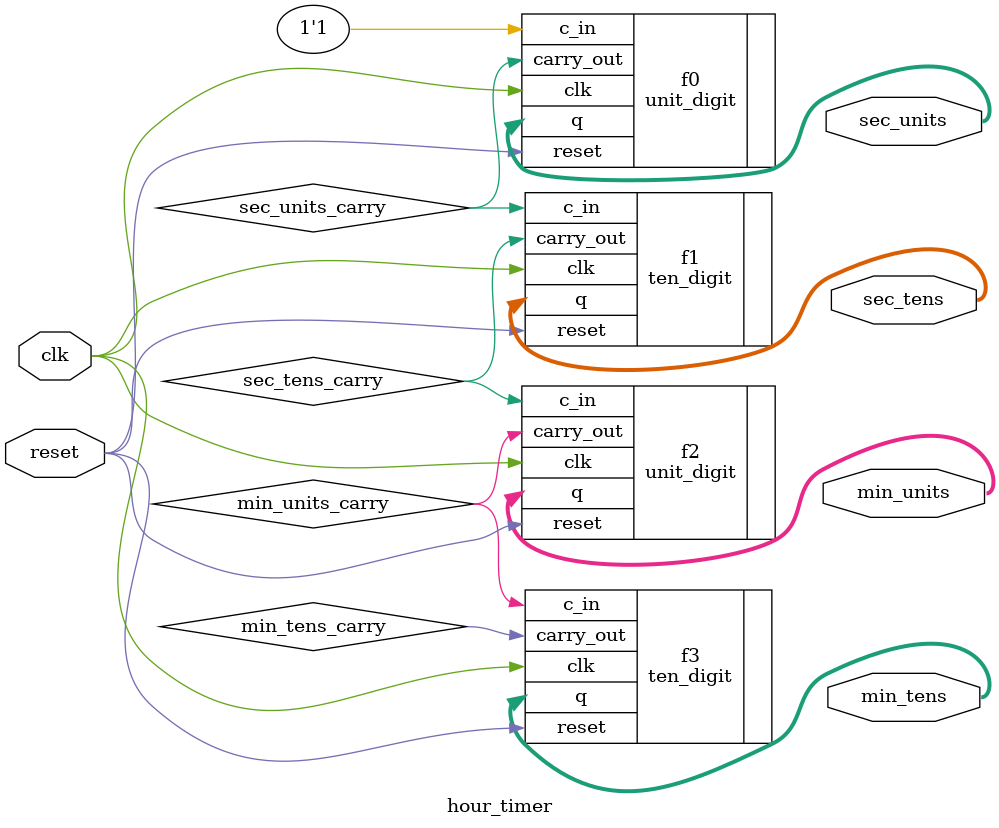
<source format=sv>
module hour_timer(
	input clk, reset,
	output logic [2:0] sec_tens, min_tens,
	output logic [3:0] sec_units, min_units
);

logic sec_units_carry, min_units_carry, sec_tens_carry, min_tens_carry;

unit_digit f0(
	.clk(clk),
	.reset(reset),
	.c_in(1'b1),
	.q(sec_units),
	.carry_out(sec_units_carry)
);

ten_digit f1(
	.clk(clk),
	.reset(reset),
	.c_in(sec_units_carry),
	.q(sec_tens),
	.carry_out(sec_tens_carry)
);

unit_digit f2(
	.clk(clk),
	.reset(reset),
	.c_in(sec_tens_carry),
	.q(min_units),
	.carry_out(min_units_carry)
);

ten_digit f3(
	.clk(clk),
	.reset(reset),
	.c_in(min_units_carry),
	.q(min_tens),
	.carry_out(min_tens_carry)
);

endmodule

</source>
